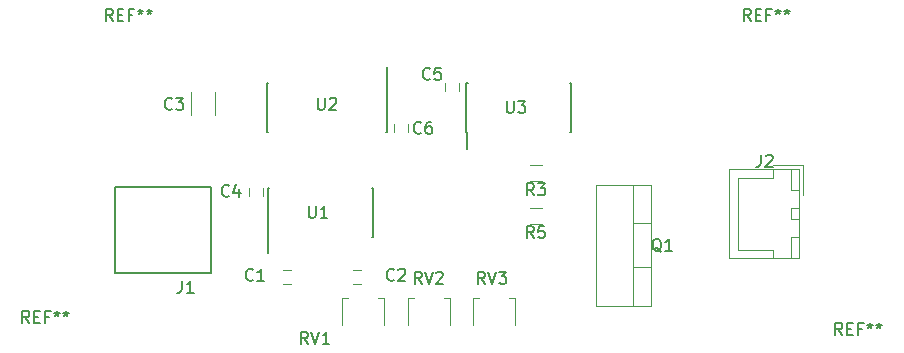
<source format=gto>
G04 #@! TF.GenerationSoftware,KiCad,Pcbnew,5.0.1*
G04 #@! TF.CreationDate,2019-03-20T12:14:45+09:00*
G04 #@! TF.ProjectId,supersonic_bone_therapy_equipment,7375706572736F6E69635F626F6E655F,rev?*
G04 #@! TF.SameCoordinates,Original*
G04 #@! TF.FileFunction,Legend,Top*
G04 #@! TF.FilePolarity,Positive*
%FSLAX46Y46*%
G04 Gerber Fmt 4.6, Leading zero omitted, Abs format (unit mm)*
G04 Created by KiCad (PCBNEW 5.0.1) date 2019年03月20日 12時14分45秒*
%MOMM*%
%LPD*%
G01*
G04 APERTURE LIST*
%ADD10C,0.120000*%
%ADD11C,0.150000*%
G04 APERTURE END LIST*
D10*
G04 #@! TO.C,C1*
X140746000Y-107534000D02*
X140046000Y-107534000D01*
X140046000Y-106334000D02*
X140746000Y-106334000D01*
G04 #@! TO.C,C2*
X146020000Y-106334000D02*
X146720000Y-106334000D01*
X146720000Y-107534000D02*
X146020000Y-107534000D01*
G04 #@! TO.C,C3*
X134319200Y-93252800D02*
X134319200Y-91252800D01*
X132279200Y-91252800D02*
X132279200Y-93252800D01*
G04 #@! TO.C,C4*
X137169600Y-100085600D02*
X137169600Y-99385600D01*
X138369600Y-99385600D02*
X138369600Y-100085600D01*
G04 #@! TO.C,C5*
X155006600Y-90521000D02*
X155006600Y-91221000D01*
X153806600Y-91221000D02*
X153806600Y-90521000D01*
D11*
G04 #@! TO.C,J1*
X134000000Y-103000000D02*
X134000000Y-99350000D01*
X134000000Y-103000000D02*
X134000000Y-106650000D01*
X134000000Y-106650000D02*
X125850000Y-106650000D01*
X125850000Y-106650000D02*
X125850000Y-99340000D01*
X125850000Y-99340000D02*
X134000000Y-99340000D01*
D10*
G04 #@! TO.C,J2*
X184106000Y-97480000D02*
X181606000Y-97480000D01*
X184106000Y-99980000D02*
X184106000Y-97480000D01*
X178606000Y-104630000D02*
X178606000Y-101580000D01*
X181556000Y-104630000D02*
X178606000Y-104630000D01*
X181556000Y-105380000D02*
X181556000Y-104630000D01*
X178606000Y-98530000D02*
X178606000Y-101580000D01*
X181556000Y-98530000D02*
X178606000Y-98530000D01*
X181556000Y-97780000D02*
X181556000Y-98530000D01*
X183806000Y-105380000D02*
X183806000Y-103580000D01*
X183056000Y-105380000D02*
X183806000Y-105380000D01*
X183056000Y-103580000D02*
X183056000Y-105380000D01*
X183806000Y-103580000D02*
X183056000Y-103580000D01*
X183806000Y-99580000D02*
X183806000Y-97780000D01*
X183056000Y-99580000D02*
X183806000Y-99580000D01*
X183056000Y-97780000D02*
X183056000Y-99580000D01*
X183806000Y-97780000D02*
X183056000Y-97780000D01*
X183806000Y-102080000D02*
X183806000Y-101080000D01*
X183056000Y-102080000D02*
X183806000Y-102080000D01*
X183056000Y-101080000D02*
X183056000Y-102080000D01*
X183806000Y-101080000D02*
X183056000Y-101080000D01*
X183806000Y-105380000D02*
X183806000Y-97780000D01*
X177856000Y-105380000D02*
X183806000Y-105380000D01*
X177856000Y-97780000D02*
X177856000Y-105380000D01*
X183806000Y-97780000D02*
X177856000Y-97780000D01*
G04 #@! TO.C,Q1*
X171199800Y-106118000D02*
X169689800Y-106118000D01*
X171199800Y-102417000D02*
X169689800Y-102417000D01*
X169689800Y-99147000D02*
X169689800Y-109387000D01*
X171199800Y-109387000D02*
X166558800Y-109387000D01*
X171199800Y-99147000D02*
X166558800Y-99147000D01*
X166558800Y-99147000D02*
X166558800Y-109387000D01*
X171199800Y-99147000D02*
X171199800Y-109387000D01*
G04 #@! TO.C,R3*
X161985400Y-98800200D02*
X160985400Y-98800200D01*
X160985400Y-97440200D02*
X161985400Y-97440200D01*
G04 #@! TO.C,R5*
X160967800Y-101072400D02*
X161967800Y-101072400D01*
X161967800Y-102432400D02*
X160967800Y-102432400D01*
G04 #@! TO.C,RV1*
X145032000Y-111020000D02*
X145032000Y-108740000D01*
X145032000Y-108740000D02*
X145542000Y-108740000D01*
X148082000Y-108740000D02*
X148592000Y-108740000D01*
X148592000Y-108740000D02*
X148592000Y-111020000D01*
G04 #@! TO.C,RV2*
X154180000Y-108740000D02*
X154180000Y-111020000D01*
X153670000Y-108740000D02*
X154180000Y-108740000D01*
X150620000Y-108740000D02*
X151130000Y-108740000D01*
X150620000Y-111020000D02*
X150620000Y-108740000D01*
G04 #@! TO.C,RV3*
X156182600Y-110994600D02*
X156182600Y-108714600D01*
X156182600Y-108714600D02*
X156692600Y-108714600D01*
X159232600Y-108714600D02*
X159742600Y-108714600D01*
X159742600Y-108714600D02*
X159742600Y-110994600D01*
D11*
G04 #@! TO.C,U1*
X138831000Y-103581000D02*
X138831000Y-104956000D01*
X147706000Y-103581000D02*
X147706000Y-99431000D01*
X138806000Y-103581000D02*
X138806000Y-99431000D01*
X147706000Y-103581000D02*
X147591000Y-103581000D01*
X147706000Y-99431000D02*
X147591000Y-99431000D01*
X138806000Y-99431000D02*
X138921000Y-99431000D01*
X138806000Y-103581000D02*
X138831000Y-103581000D01*
G04 #@! TO.C,U2*
X148869273Y-90525520D02*
X148869273Y-89150520D01*
X138744273Y-90525520D02*
X138744273Y-94675520D01*
X148894273Y-90525520D02*
X148894273Y-94675520D01*
X138744273Y-90525520D02*
X138849273Y-90525520D01*
X138744273Y-94675520D02*
X138849273Y-94675520D01*
X148894273Y-94675520D02*
X148789273Y-94675520D01*
X148894273Y-90525520D02*
X148869273Y-90525520D01*
G04 #@! TO.C,U3*
X155595400Y-94708800D02*
X155620400Y-94708800D01*
X155595400Y-90558800D02*
X155710400Y-90558800D01*
X164495400Y-90558800D02*
X164380400Y-90558800D01*
X164495400Y-94708800D02*
X164380400Y-94708800D01*
X155595400Y-94708800D02*
X155595400Y-90558800D01*
X164495400Y-94708800D02*
X164495400Y-90558800D01*
X155620400Y-94708800D02*
X155620400Y-96083800D01*
D10*
G04 #@! TO.C,C6*
X150667673Y-94003120D02*
X150667673Y-94703120D01*
X149467673Y-94703120D02*
X149467673Y-94003120D01*
G04 #@! TO.C,C1*
D11*
X137533333Y-107169142D02*
X137485714Y-107216761D01*
X137342857Y-107264380D01*
X137247619Y-107264380D01*
X137104761Y-107216761D01*
X137009523Y-107121523D01*
X136961904Y-107026285D01*
X136914285Y-106835809D01*
X136914285Y-106692952D01*
X136961904Y-106502476D01*
X137009523Y-106407238D01*
X137104761Y-106312000D01*
X137247619Y-106264380D01*
X137342857Y-106264380D01*
X137485714Y-106312000D01*
X137533333Y-106359619D01*
X138485714Y-107264380D02*
X137914285Y-107264380D01*
X138200000Y-107264380D02*
X138200000Y-106264380D01*
X138104761Y-106407238D01*
X138009523Y-106502476D01*
X137914285Y-106550095D01*
G04 #@! TO.C,C2*
X149471333Y-107169142D02*
X149423714Y-107216761D01*
X149280857Y-107264380D01*
X149185619Y-107264380D01*
X149042761Y-107216761D01*
X148947523Y-107121523D01*
X148899904Y-107026285D01*
X148852285Y-106835809D01*
X148852285Y-106692952D01*
X148899904Y-106502476D01*
X148947523Y-106407238D01*
X149042761Y-106312000D01*
X149185619Y-106264380D01*
X149280857Y-106264380D01*
X149423714Y-106312000D01*
X149471333Y-106359619D01*
X149852285Y-106359619D02*
X149899904Y-106312000D01*
X149995142Y-106264380D01*
X150233238Y-106264380D01*
X150328476Y-106312000D01*
X150376095Y-106359619D01*
X150423714Y-106454857D01*
X150423714Y-106550095D01*
X150376095Y-106692952D01*
X149804666Y-107264380D01*
X150423714Y-107264380D01*
G04 #@! TO.C,C3*
X130675333Y-92691142D02*
X130627714Y-92738761D01*
X130484857Y-92786380D01*
X130389619Y-92786380D01*
X130246761Y-92738761D01*
X130151523Y-92643523D01*
X130103904Y-92548285D01*
X130056285Y-92357809D01*
X130056285Y-92214952D01*
X130103904Y-92024476D01*
X130151523Y-91929238D01*
X130246761Y-91834000D01*
X130389619Y-91786380D01*
X130484857Y-91786380D01*
X130627714Y-91834000D01*
X130675333Y-91881619D01*
X131008666Y-91786380D02*
X131627714Y-91786380D01*
X131294380Y-92167333D01*
X131437238Y-92167333D01*
X131532476Y-92214952D01*
X131580095Y-92262571D01*
X131627714Y-92357809D01*
X131627714Y-92595904D01*
X131580095Y-92691142D01*
X131532476Y-92738761D01*
X131437238Y-92786380D01*
X131151523Y-92786380D01*
X131056285Y-92738761D01*
X131008666Y-92691142D01*
G04 #@! TO.C,C4*
X135501333Y-100057142D02*
X135453714Y-100104761D01*
X135310857Y-100152380D01*
X135215619Y-100152380D01*
X135072761Y-100104761D01*
X134977523Y-100009523D01*
X134929904Y-99914285D01*
X134882285Y-99723809D01*
X134882285Y-99580952D01*
X134929904Y-99390476D01*
X134977523Y-99295238D01*
X135072761Y-99200000D01*
X135215619Y-99152380D01*
X135310857Y-99152380D01*
X135453714Y-99200000D01*
X135501333Y-99247619D01*
X136358476Y-99485714D02*
X136358476Y-100152380D01*
X136120380Y-99104761D02*
X135882285Y-99819047D01*
X136501333Y-99819047D01*
G04 #@! TO.C,C5*
X152519333Y-90151142D02*
X152471714Y-90198761D01*
X152328857Y-90246380D01*
X152233619Y-90246380D01*
X152090761Y-90198761D01*
X151995523Y-90103523D01*
X151947904Y-90008285D01*
X151900285Y-89817809D01*
X151900285Y-89674952D01*
X151947904Y-89484476D01*
X151995523Y-89389238D01*
X152090761Y-89294000D01*
X152233619Y-89246380D01*
X152328857Y-89246380D01*
X152471714Y-89294000D01*
X152519333Y-89341619D01*
X153424095Y-89246380D02*
X152947904Y-89246380D01*
X152900285Y-89722571D01*
X152947904Y-89674952D01*
X153043142Y-89627333D01*
X153281238Y-89627333D01*
X153376476Y-89674952D01*
X153424095Y-89722571D01*
X153471714Y-89817809D01*
X153471714Y-90055904D01*
X153424095Y-90151142D01*
X153376476Y-90198761D01*
X153281238Y-90246380D01*
X153043142Y-90246380D01*
X152947904Y-90198761D01*
X152900285Y-90151142D01*
G04 #@! TO.C,J1*
X131524666Y-107280380D02*
X131524666Y-107994666D01*
X131477047Y-108137523D01*
X131381809Y-108232761D01*
X131238952Y-108280380D01*
X131143714Y-108280380D01*
X132524666Y-108280380D02*
X131953238Y-108280380D01*
X132238952Y-108280380D02*
X132238952Y-107280380D01*
X132143714Y-107423238D01*
X132048476Y-107518476D01*
X131953238Y-107566095D01*
G04 #@! TO.C,J2*
X180546666Y-96612380D02*
X180546666Y-97326666D01*
X180499047Y-97469523D01*
X180403809Y-97564761D01*
X180260952Y-97612380D01*
X180165714Y-97612380D01*
X180975238Y-96707619D02*
X181022857Y-96660000D01*
X181118095Y-96612380D01*
X181356190Y-96612380D01*
X181451428Y-96660000D01*
X181499047Y-96707619D01*
X181546666Y-96802857D01*
X181546666Y-96898095D01*
X181499047Y-97040952D01*
X180927619Y-97612380D01*
X181546666Y-97612380D01*
G04 #@! TO.C,Q1*
X172104561Y-104814619D02*
X172009323Y-104767000D01*
X171914085Y-104671761D01*
X171771228Y-104528904D01*
X171675990Y-104481285D01*
X171580752Y-104481285D01*
X171628371Y-104719380D02*
X171533133Y-104671761D01*
X171437895Y-104576523D01*
X171390276Y-104386047D01*
X171390276Y-104052714D01*
X171437895Y-103862238D01*
X171533133Y-103767000D01*
X171628371Y-103719380D01*
X171818847Y-103719380D01*
X171914085Y-103767000D01*
X172009323Y-103862238D01*
X172056942Y-104052714D01*
X172056942Y-104386047D01*
X172009323Y-104576523D01*
X171914085Y-104671761D01*
X171818847Y-104719380D01*
X171628371Y-104719380D01*
X173009323Y-104719380D02*
X172437895Y-104719380D01*
X172723609Y-104719380D02*
X172723609Y-103719380D01*
X172628371Y-103862238D01*
X172533133Y-103957476D01*
X172437895Y-104005095D01*
G04 #@! TO.C,R3*
X161318733Y-100022580D02*
X160985400Y-99546390D01*
X160747304Y-100022580D02*
X160747304Y-99022580D01*
X161128257Y-99022580D01*
X161223495Y-99070200D01*
X161271114Y-99117819D01*
X161318733Y-99213057D01*
X161318733Y-99355914D01*
X161271114Y-99451152D01*
X161223495Y-99498771D01*
X161128257Y-99546390D01*
X160747304Y-99546390D01*
X161652066Y-99022580D02*
X162271114Y-99022580D01*
X161937780Y-99403533D01*
X162080638Y-99403533D01*
X162175876Y-99451152D01*
X162223495Y-99498771D01*
X162271114Y-99594009D01*
X162271114Y-99832104D01*
X162223495Y-99927342D01*
X162175876Y-99974961D01*
X162080638Y-100022580D01*
X161794923Y-100022580D01*
X161699685Y-99974961D01*
X161652066Y-99927342D01*
G04 #@! TO.C,R5*
X161301133Y-103654780D02*
X160967800Y-103178590D01*
X160729704Y-103654780D02*
X160729704Y-102654780D01*
X161110657Y-102654780D01*
X161205895Y-102702400D01*
X161253514Y-102750019D01*
X161301133Y-102845257D01*
X161301133Y-102988114D01*
X161253514Y-103083352D01*
X161205895Y-103130971D01*
X161110657Y-103178590D01*
X160729704Y-103178590D01*
X162205895Y-102654780D02*
X161729704Y-102654780D01*
X161682085Y-103130971D01*
X161729704Y-103083352D01*
X161824942Y-103035733D01*
X162063038Y-103035733D01*
X162158276Y-103083352D01*
X162205895Y-103130971D01*
X162253514Y-103226209D01*
X162253514Y-103464304D01*
X162205895Y-103559542D01*
X162158276Y-103607161D01*
X162063038Y-103654780D01*
X161824942Y-103654780D01*
X161729704Y-103607161D01*
X161682085Y-103559542D01*
G04 #@! TO.C,RV1*
X142184761Y-112598380D02*
X141851428Y-112122190D01*
X141613333Y-112598380D02*
X141613333Y-111598380D01*
X141994285Y-111598380D01*
X142089523Y-111646000D01*
X142137142Y-111693619D01*
X142184761Y-111788857D01*
X142184761Y-111931714D01*
X142137142Y-112026952D01*
X142089523Y-112074571D01*
X141994285Y-112122190D01*
X141613333Y-112122190D01*
X142470476Y-111598380D02*
X142803809Y-112598380D01*
X143137142Y-111598380D01*
X143994285Y-112598380D02*
X143422857Y-112598380D01*
X143708571Y-112598380D02*
X143708571Y-111598380D01*
X143613333Y-111741238D01*
X143518095Y-111836476D01*
X143422857Y-111884095D01*
G04 #@! TO.C,RV2*
X151804761Y-107518380D02*
X151471428Y-107042190D01*
X151233333Y-107518380D02*
X151233333Y-106518380D01*
X151614285Y-106518380D01*
X151709523Y-106566000D01*
X151757142Y-106613619D01*
X151804761Y-106708857D01*
X151804761Y-106851714D01*
X151757142Y-106946952D01*
X151709523Y-106994571D01*
X151614285Y-107042190D01*
X151233333Y-107042190D01*
X152090476Y-106518380D02*
X152423809Y-107518380D01*
X152757142Y-106518380D01*
X153042857Y-106613619D02*
X153090476Y-106566000D01*
X153185714Y-106518380D01*
X153423809Y-106518380D01*
X153519047Y-106566000D01*
X153566666Y-106613619D01*
X153614285Y-106708857D01*
X153614285Y-106804095D01*
X153566666Y-106946952D01*
X152995238Y-107518380D01*
X153614285Y-107518380D01*
G04 #@! TO.C,RV3*
X157170761Y-107518380D02*
X156837428Y-107042190D01*
X156599333Y-107518380D02*
X156599333Y-106518380D01*
X156980285Y-106518380D01*
X157075523Y-106566000D01*
X157123142Y-106613619D01*
X157170761Y-106708857D01*
X157170761Y-106851714D01*
X157123142Y-106946952D01*
X157075523Y-106994571D01*
X156980285Y-107042190D01*
X156599333Y-107042190D01*
X157456476Y-106518380D02*
X157789809Y-107518380D01*
X158123142Y-106518380D01*
X158361238Y-106518380D02*
X158980285Y-106518380D01*
X158646952Y-106899333D01*
X158789809Y-106899333D01*
X158885047Y-106946952D01*
X158932666Y-106994571D01*
X158980285Y-107089809D01*
X158980285Y-107327904D01*
X158932666Y-107423142D01*
X158885047Y-107470761D01*
X158789809Y-107518380D01*
X158504095Y-107518380D01*
X158408857Y-107470761D01*
X158361238Y-107423142D01*
G04 #@! TO.C,U1*
X142272095Y-100930380D02*
X142272095Y-101739904D01*
X142319714Y-101835142D01*
X142367333Y-101882761D01*
X142462571Y-101930380D01*
X142653047Y-101930380D01*
X142748285Y-101882761D01*
X142795904Y-101835142D01*
X142843523Y-101739904D01*
X142843523Y-100930380D01*
X143843523Y-101930380D02*
X143272095Y-101930380D01*
X143557809Y-101930380D02*
X143557809Y-100930380D01*
X143462571Y-101073238D01*
X143367333Y-101168476D01*
X143272095Y-101216095D01*
G04 #@! TO.C,U2*
X143034095Y-91786380D02*
X143034095Y-92595904D01*
X143081714Y-92691142D01*
X143129333Y-92738761D01*
X143224571Y-92786380D01*
X143415047Y-92786380D01*
X143510285Y-92738761D01*
X143557904Y-92691142D01*
X143605523Y-92595904D01*
X143605523Y-91786380D01*
X144034095Y-91881619D02*
X144081714Y-91834000D01*
X144176952Y-91786380D01*
X144415047Y-91786380D01*
X144510285Y-91834000D01*
X144557904Y-91881619D01*
X144605523Y-91976857D01*
X144605523Y-92072095D01*
X144557904Y-92214952D01*
X143986476Y-92786380D01*
X144605523Y-92786380D01*
G04 #@! TO.C,U3*
X159036095Y-92040380D02*
X159036095Y-92849904D01*
X159083714Y-92945142D01*
X159131333Y-92992761D01*
X159226571Y-93040380D01*
X159417047Y-93040380D01*
X159512285Y-92992761D01*
X159559904Y-92945142D01*
X159607523Y-92849904D01*
X159607523Y-92040380D01*
X159988476Y-92040380D02*
X160607523Y-92040380D01*
X160274190Y-92421333D01*
X160417047Y-92421333D01*
X160512285Y-92468952D01*
X160559904Y-92516571D01*
X160607523Y-92611809D01*
X160607523Y-92849904D01*
X160559904Y-92945142D01*
X160512285Y-92992761D01*
X160417047Y-93040380D01*
X160131333Y-93040380D01*
X160036095Y-92992761D01*
X159988476Y-92945142D01*
G04 #@! TO.C,REF\002A\002A*
X125666666Y-85252380D02*
X125333333Y-84776190D01*
X125095238Y-85252380D02*
X125095238Y-84252380D01*
X125476190Y-84252380D01*
X125571428Y-84300000D01*
X125619047Y-84347619D01*
X125666666Y-84442857D01*
X125666666Y-84585714D01*
X125619047Y-84680952D01*
X125571428Y-84728571D01*
X125476190Y-84776190D01*
X125095238Y-84776190D01*
X126095238Y-84728571D02*
X126428571Y-84728571D01*
X126571428Y-85252380D02*
X126095238Y-85252380D01*
X126095238Y-84252380D01*
X126571428Y-84252380D01*
X127333333Y-84728571D02*
X127000000Y-84728571D01*
X127000000Y-85252380D02*
X127000000Y-84252380D01*
X127476190Y-84252380D01*
X128000000Y-84252380D02*
X128000000Y-84490476D01*
X127761904Y-84395238D02*
X128000000Y-84490476D01*
X128238095Y-84395238D01*
X127857142Y-84680952D02*
X128000000Y-84490476D01*
X128142857Y-84680952D01*
X128761904Y-84252380D02*
X128761904Y-84490476D01*
X128523809Y-84395238D02*
X128761904Y-84490476D01*
X129000000Y-84395238D01*
X128619047Y-84680952D02*
X128761904Y-84490476D01*
X128904761Y-84680952D01*
X118586666Y-110820380D02*
X118253333Y-110344190D01*
X118015238Y-110820380D02*
X118015238Y-109820380D01*
X118396190Y-109820380D01*
X118491428Y-109868000D01*
X118539047Y-109915619D01*
X118586666Y-110010857D01*
X118586666Y-110153714D01*
X118539047Y-110248952D01*
X118491428Y-110296571D01*
X118396190Y-110344190D01*
X118015238Y-110344190D01*
X119015238Y-110296571D02*
X119348571Y-110296571D01*
X119491428Y-110820380D02*
X119015238Y-110820380D01*
X119015238Y-109820380D01*
X119491428Y-109820380D01*
X120253333Y-110296571D02*
X119920000Y-110296571D01*
X119920000Y-110820380D02*
X119920000Y-109820380D01*
X120396190Y-109820380D01*
X120920000Y-109820380D02*
X120920000Y-110058476D01*
X120681904Y-109963238D02*
X120920000Y-110058476D01*
X121158095Y-109963238D01*
X120777142Y-110248952D02*
X120920000Y-110058476D01*
X121062857Y-110248952D01*
X121681904Y-109820380D02*
X121681904Y-110058476D01*
X121443809Y-109963238D02*
X121681904Y-110058476D01*
X121920000Y-109963238D01*
X121539047Y-110248952D02*
X121681904Y-110058476D01*
X121824761Y-110248952D01*
X187420666Y-111836380D02*
X187087333Y-111360190D01*
X186849238Y-111836380D02*
X186849238Y-110836380D01*
X187230190Y-110836380D01*
X187325428Y-110884000D01*
X187373047Y-110931619D01*
X187420666Y-111026857D01*
X187420666Y-111169714D01*
X187373047Y-111264952D01*
X187325428Y-111312571D01*
X187230190Y-111360190D01*
X186849238Y-111360190D01*
X187849238Y-111312571D02*
X188182571Y-111312571D01*
X188325428Y-111836380D02*
X187849238Y-111836380D01*
X187849238Y-110836380D01*
X188325428Y-110836380D01*
X189087333Y-111312571D02*
X188754000Y-111312571D01*
X188754000Y-111836380D02*
X188754000Y-110836380D01*
X189230190Y-110836380D01*
X189754000Y-110836380D02*
X189754000Y-111074476D01*
X189515904Y-110979238D02*
X189754000Y-111074476D01*
X189992095Y-110979238D01*
X189611142Y-111264952D02*
X189754000Y-111074476D01*
X189896857Y-111264952D01*
X190515904Y-110836380D02*
X190515904Y-111074476D01*
X190277809Y-110979238D02*
X190515904Y-111074476D01*
X190754000Y-110979238D01*
X190373047Y-111264952D02*
X190515904Y-111074476D01*
X190658761Y-111264952D01*
X179666666Y-85252380D02*
X179333333Y-84776190D01*
X179095238Y-85252380D02*
X179095238Y-84252380D01*
X179476190Y-84252380D01*
X179571428Y-84300000D01*
X179619047Y-84347619D01*
X179666666Y-84442857D01*
X179666666Y-84585714D01*
X179619047Y-84680952D01*
X179571428Y-84728571D01*
X179476190Y-84776190D01*
X179095238Y-84776190D01*
X180095238Y-84728571D02*
X180428571Y-84728571D01*
X180571428Y-85252380D02*
X180095238Y-85252380D01*
X180095238Y-84252380D01*
X180571428Y-84252380D01*
X181333333Y-84728571D02*
X181000000Y-84728571D01*
X181000000Y-85252380D02*
X181000000Y-84252380D01*
X181476190Y-84252380D01*
X182000000Y-84252380D02*
X182000000Y-84490476D01*
X181761904Y-84395238D02*
X182000000Y-84490476D01*
X182238095Y-84395238D01*
X181857142Y-84680952D02*
X182000000Y-84490476D01*
X182142857Y-84680952D01*
X182761904Y-84252380D02*
X182761904Y-84490476D01*
X182523809Y-84395238D02*
X182761904Y-84490476D01*
X183000000Y-84395238D01*
X182619047Y-84680952D02*
X182761904Y-84490476D01*
X182904761Y-84680952D01*
G04 #@! TO.C,C6*
X151757333Y-94723142D02*
X151709714Y-94770761D01*
X151566857Y-94818380D01*
X151471619Y-94818380D01*
X151328761Y-94770761D01*
X151233523Y-94675523D01*
X151185904Y-94580285D01*
X151138285Y-94389809D01*
X151138285Y-94246952D01*
X151185904Y-94056476D01*
X151233523Y-93961238D01*
X151328761Y-93866000D01*
X151471619Y-93818380D01*
X151566857Y-93818380D01*
X151709714Y-93866000D01*
X151757333Y-93913619D01*
X152614476Y-93818380D02*
X152424000Y-93818380D01*
X152328761Y-93866000D01*
X152281142Y-93913619D01*
X152185904Y-94056476D01*
X152138285Y-94246952D01*
X152138285Y-94627904D01*
X152185904Y-94723142D01*
X152233523Y-94770761D01*
X152328761Y-94818380D01*
X152519238Y-94818380D01*
X152614476Y-94770761D01*
X152662095Y-94723142D01*
X152709714Y-94627904D01*
X152709714Y-94389809D01*
X152662095Y-94294571D01*
X152614476Y-94246952D01*
X152519238Y-94199333D01*
X152328761Y-94199333D01*
X152233523Y-94246952D01*
X152185904Y-94294571D01*
X152138285Y-94389809D01*
G04 #@! TD*
M02*

</source>
